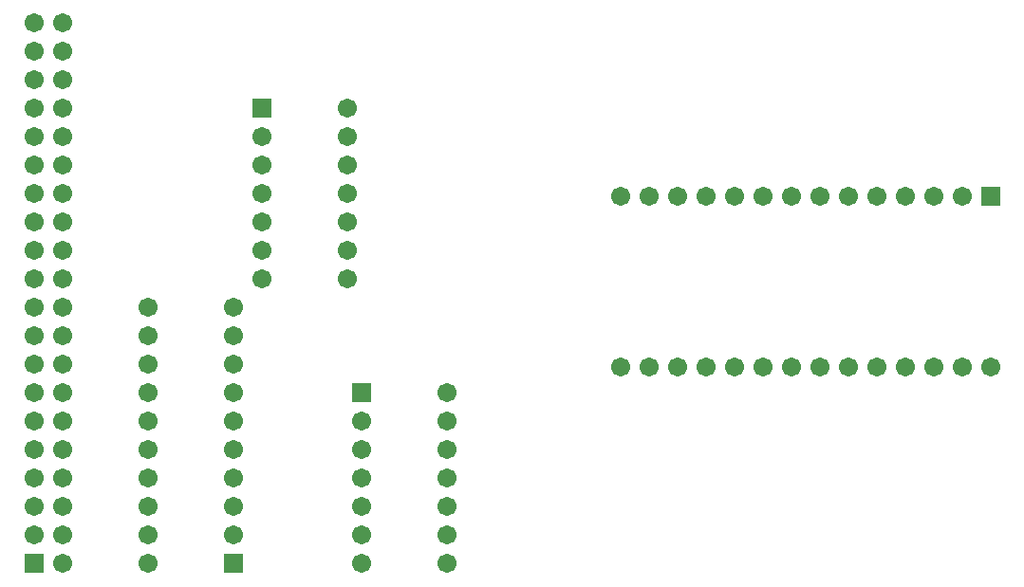
<source format=gts>
G04*
G04 #@! TF.GenerationSoftware,Altium Limited,Altium Designer,21.9.1 (22)*
G04*
G04 Layer_Color=8388736*
%FSLAX25Y25*%
%MOIN*%
G70*
G04*
G04 #@! TF.SameCoordinates,3B0F3E88-4553-4837-8599-20987A4D8A80*
G04*
G04*
G04 #@! TF.FilePolarity,Negative*
G04*
G01*
G75*
%ADD13R,0.06706X0.06706*%
%ADD14C,0.06706*%
%ADD15C,0.06706*%
%ADD16R,0.06706X0.06706*%
%ADD17R,0.06706X0.06706*%
D13*
X446000Y249000D02*
D03*
D14*
X436000D02*
D03*
X426000D02*
D03*
X416000D02*
D03*
X406000D02*
D03*
X396000D02*
D03*
X386000D02*
D03*
X376000D02*
D03*
X366000D02*
D03*
X356000D02*
D03*
X346000D02*
D03*
X336000D02*
D03*
X326000D02*
D03*
X316000D02*
D03*
X446000Y189000D02*
D03*
X436000D02*
D03*
X426000D02*
D03*
X416000D02*
D03*
X406000D02*
D03*
X396000D02*
D03*
X386000D02*
D03*
X376000D02*
D03*
X366000D02*
D03*
X356000D02*
D03*
X346000D02*
D03*
X336000D02*
D03*
X326000D02*
D03*
X316000D02*
D03*
X150000Y210000D02*
D03*
Y200000D02*
D03*
Y190000D02*
D03*
Y180000D02*
D03*
Y170000D02*
D03*
Y160000D02*
D03*
Y150000D02*
D03*
Y140000D02*
D03*
Y120000D02*
D03*
X180000Y210000D02*
D03*
Y200000D02*
D03*
Y190000D02*
D03*
Y180000D02*
D03*
Y170000D02*
D03*
Y160000D02*
D03*
Y150000D02*
D03*
Y140000D02*
D03*
Y130000D02*
D03*
X225000Y170000D02*
D03*
Y160000D02*
D03*
Y150000D02*
D03*
Y140000D02*
D03*
Y130000D02*
D03*
Y120000D02*
D03*
X255000Y180000D02*
D03*
Y170000D02*
D03*
Y160000D02*
D03*
Y150000D02*
D03*
Y140000D02*
D03*
Y130000D02*
D03*
Y120000D02*
D03*
X190000Y270000D02*
D03*
Y260000D02*
D03*
Y250000D02*
D03*
Y240000D02*
D03*
Y230000D02*
D03*
Y220000D02*
D03*
X220000Y280000D02*
D03*
Y270000D02*
D03*
Y260000D02*
D03*
Y250000D02*
D03*
Y240000D02*
D03*
Y230000D02*
D03*
Y220000D02*
D03*
D15*
X120000Y310000D02*
D03*
X110000D02*
D03*
X120000Y300000D02*
D03*
X110000D02*
D03*
X120000Y290000D02*
D03*
X110000D02*
D03*
X120000Y280000D02*
D03*
X110000D02*
D03*
X120000Y270000D02*
D03*
X110000D02*
D03*
X120000Y260000D02*
D03*
X110000D02*
D03*
X120000Y250000D02*
D03*
X110000D02*
D03*
X120000Y240000D02*
D03*
X110000D02*
D03*
X120000Y230000D02*
D03*
X110000D02*
D03*
X120000Y220000D02*
D03*
X110000D02*
D03*
X120000Y210000D02*
D03*
X110000D02*
D03*
X120000Y200000D02*
D03*
X110000D02*
D03*
X120000Y190000D02*
D03*
X110000D02*
D03*
X120000Y180000D02*
D03*
X110000D02*
D03*
X120000Y170000D02*
D03*
X110000D02*
D03*
X120000Y160000D02*
D03*
X110000D02*
D03*
X120000Y150000D02*
D03*
X110000D02*
D03*
X120000Y140000D02*
D03*
X110000D02*
D03*
X120000Y130000D02*
D03*
X110000D02*
D03*
X120000Y120000D02*
D03*
X150000Y130000D02*
D03*
D16*
X110000Y120000D02*
D03*
D17*
X180000D02*
D03*
X225000Y180000D02*
D03*
X190000Y280000D02*
D03*
M02*

</source>
